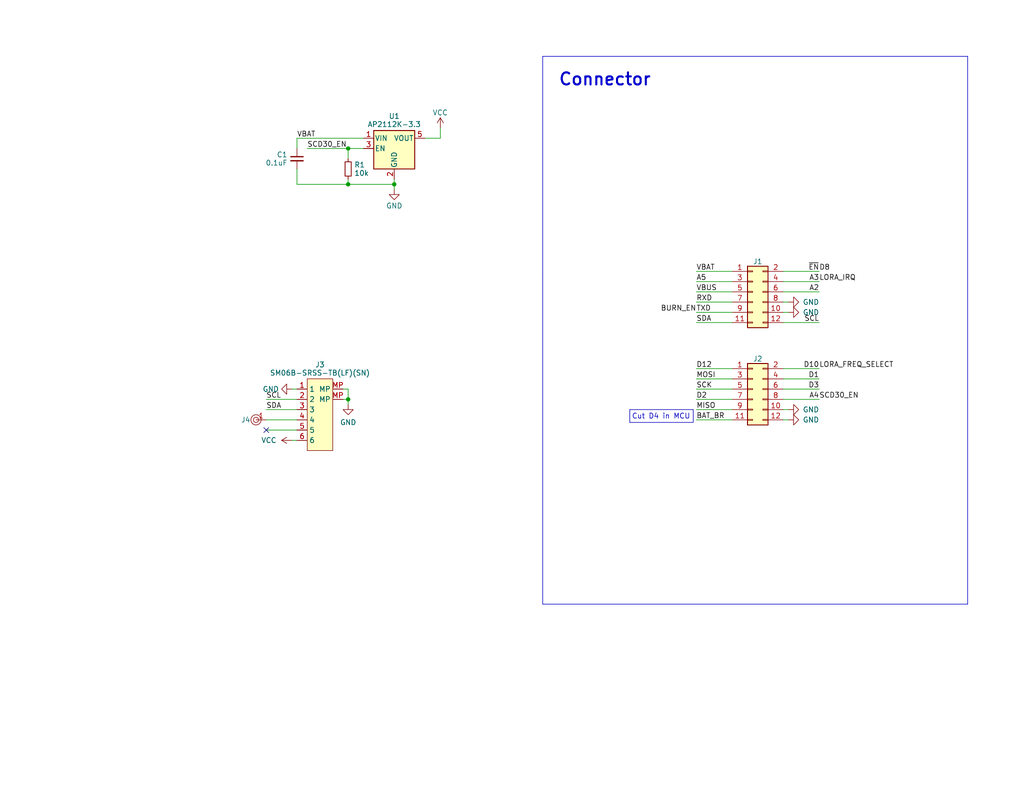
<source format=kicad_sch>
(kicad_sch (version 20230121) (generator eeschema)

  (uuid e63e39d7-6ac0-4ffd-8aa3-1841a4541b55)

  (paper "User" 254 194.996)

  (title_block
    (title "HexSense Svalbard - MCU module")
    (date "2023-05-25")
    (rev "V1")
    (company "MIT Media Lab")
    (comment 1 "Fangzheng Liu")
  )

  (lib_symbols
    (symbol "Connector_Generic:Conn_02x06_Odd_Even" (pin_names (offset 1.016) hide) (in_bom yes) (on_board yes)
      (property "Reference" "J" (at 1.27 7.62 0)
        (effects (font (size 1.27 1.27)))
      )
      (property "Value" "Conn_02x06_Odd_Even" (at 1.27 -10.16 0)
        (effects (font (size 1.27 1.27)))
      )
      (property "Footprint" "" (at 0 0 0)
        (effects (font (size 1.27 1.27)) hide)
      )
      (property "Datasheet" "~" (at 0 0 0)
        (effects (font (size 1.27 1.27)) hide)
      )
      (property "ki_keywords" "connector" (at 0 0 0)
        (effects (font (size 1.27 1.27)) hide)
      )
      (property "ki_description" "Generic connector, double row, 02x06, odd/even pin numbering scheme (row 1 odd numbers, row 2 even numbers), script generated (kicad-library-utils/schlib/autogen/connector/)" (at 0 0 0)
        (effects (font (size 1.27 1.27)) hide)
      )
      (property "ki_fp_filters" "Connector*:*_2x??_*" (at 0 0 0)
        (effects (font (size 1.27 1.27)) hide)
      )
      (symbol "Conn_02x06_Odd_Even_1_1"
        (rectangle (start -1.27 -7.493) (end 0 -7.747)
          (stroke (width 0.1524) (type default))
          (fill (type none))
        )
        (rectangle (start -1.27 -4.953) (end 0 -5.207)
          (stroke (width 0.1524) (type default))
          (fill (type none))
        )
        (rectangle (start -1.27 -2.413) (end 0 -2.667)
          (stroke (width 0.1524) (type default))
          (fill (type none))
        )
        (rectangle (start -1.27 0.127) (end 0 -0.127)
          (stroke (width 0.1524) (type default))
          (fill (type none))
        )
        (rectangle (start -1.27 2.667) (end 0 2.413)
          (stroke (width 0.1524) (type default))
          (fill (type none))
        )
        (rectangle (start -1.27 5.207) (end 0 4.953)
          (stroke (width 0.1524) (type default))
          (fill (type none))
        )
        (rectangle (start -1.27 6.35) (end 3.81 -8.89)
          (stroke (width 0.254) (type default))
          (fill (type background))
        )
        (rectangle (start 3.81 -7.493) (end 2.54 -7.747)
          (stroke (width 0.1524) (type default))
          (fill (type none))
        )
        (rectangle (start 3.81 -4.953) (end 2.54 -5.207)
          (stroke (width 0.1524) (type default))
          (fill (type none))
        )
        (rectangle (start 3.81 -2.413) (end 2.54 -2.667)
          (stroke (width 0.1524) (type default))
          (fill (type none))
        )
        (rectangle (start 3.81 0.127) (end 2.54 -0.127)
          (stroke (width 0.1524) (type default))
          (fill (type none))
        )
        (rectangle (start 3.81 2.667) (end 2.54 2.413)
          (stroke (width 0.1524) (type default))
          (fill (type none))
        )
        (rectangle (start 3.81 5.207) (end 2.54 4.953)
          (stroke (width 0.1524) (type default))
          (fill (type none))
        )
        (pin passive line (at -5.08 5.08 0) (length 3.81)
          (name "Pin_1" (effects (font (size 1.27 1.27))))
          (number "1" (effects (font (size 1.27 1.27))))
        )
        (pin passive line (at 7.62 -5.08 180) (length 3.81)
          (name "Pin_10" (effects (font (size 1.27 1.27))))
          (number "10" (effects (font (size 1.27 1.27))))
        )
        (pin passive line (at -5.08 -7.62 0) (length 3.81)
          (name "Pin_11" (effects (font (size 1.27 1.27))))
          (number "11" (effects (font (size 1.27 1.27))))
        )
        (pin passive line (at 7.62 -7.62 180) (length 3.81)
          (name "Pin_12" (effects (font (size 1.27 1.27))))
          (number "12" (effects (font (size 1.27 1.27))))
        )
        (pin passive line (at 7.62 5.08 180) (length 3.81)
          (name "Pin_2" (effects (font (size 1.27 1.27))))
          (number "2" (effects (font (size 1.27 1.27))))
        )
        (pin passive line (at -5.08 2.54 0) (length 3.81)
          (name "Pin_3" (effects (font (size 1.27 1.27))))
          (number "3" (effects (font (size 1.27 1.27))))
        )
        (pin passive line (at 7.62 2.54 180) (length 3.81)
          (name "Pin_4" (effects (font (size 1.27 1.27))))
          (number "4" (effects (font (size 1.27 1.27))))
        )
        (pin passive line (at -5.08 0 0) (length 3.81)
          (name "Pin_5" (effects (font (size 1.27 1.27))))
          (number "5" (effects (font (size 1.27 1.27))))
        )
        (pin passive line (at 7.62 0 180) (length 3.81)
          (name "Pin_6" (effects (font (size 1.27 1.27))))
          (number "6" (effects (font (size 1.27 1.27))))
        )
        (pin passive line (at -5.08 -2.54 0) (length 3.81)
          (name "Pin_7" (effects (font (size 1.27 1.27))))
          (number "7" (effects (font (size 1.27 1.27))))
        )
        (pin passive line (at 7.62 -2.54 180) (length 3.81)
          (name "Pin_8" (effects (font (size 1.27 1.27))))
          (number "8" (effects (font (size 1.27 1.27))))
        )
        (pin passive line (at -5.08 -5.08 0) (length 3.81)
          (name "Pin_9" (effects (font (size 1.27 1.27))))
          (number "9" (effects (font (size 1.27 1.27))))
        )
      )
    )
    (symbol "Device:C_Small" (pin_numbers hide) (pin_names (offset 0.254) hide) (in_bom yes) (on_board yes)
      (property "Reference" "C" (at 0.254 1.778 0)
        (effects (font (size 1.27 1.27)) (justify left))
      )
      (property "Value" "C_Small" (at 0.254 -2.032 0)
        (effects (font (size 1.27 1.27)) (justify left))
      )
      (property "Footprint" "" (at 0 0 0)
        (effects (font (size 1.27 1.27)) hide)
      )
      (property "Datasheet" "~" (at 0 0 0)
        (effects (font (size 1.27 1.27)) hide)
      )
      (property "ki_keywords" "capacitor cap" (at 0 0 0)
        (effects (font (size 1.27 1.27)) hide)
      )
      (property "ki_description" "Unpolarized capacitor, small symbol" (at 0 0 0)
        (effects (font (size 1.27 1.27)) hide)
      )
      (property "ki_fp_filters" "C_*" (at 0 0 0)
        (effects (font (size 1.27 1.27)) hide)
      )
      (symbol "C_Small_0_1"
        (polyline
          (pts
            (xy -1.524 -0.508)
            (xy 1.524 -0.508)
          )
          (stroke (width 0.3302) (type default))
          (fill (type none))
        )
        (polyline
          (pts
            (xy -1.524 0.508)
            (xy 1.524 0.508)
          )
          (stroke (width 0.3048) (type default))
          (fill (type none))
        )
      )
      (symbol "C_Small_1_1"
        (pin passive line (at 0 2.54 270) (length 2.032)
          (name "~" (effects (font (size 1.27 1.27))))
          (number "1" (effects (font (size 1.27 1.27))))
        )
        (pin passive line (at 0 -2.54 90) (length 2.032)
          (name "~" (effects (font (size 1.27 1.27))))
          (number "2" (effects (font (size 1.27 1.27))))
        )
      )
    )
    (symbol "Device:R_Small" (pin_numbers hide) (pin_names (offset 0.254) hide) (in_bom yes) (on_board yes)
      (property "Reference" "R" (at 0.762 0.508 0)
        (effects (font (size 1.27 1.27)) (justify left))
      )
      (property "Value" "R_Small" (at 0.762 -1.016 0)
        (effects (font (size 1.27 1.27)) (justify left))
      )
      (property "Footprint" "" (at 0 0 0)
        (effects (font (size 1.27 1.27)) hide)
      )
      (property "Datasheet" "~" (at 0 0 0)
        (effects (font (size 1.27 1.27)) hide)
      )
      (property "ki_keywords" "R resistor" (at 0 0 0)
        (effects (font (size 1.27 1.27)) hide)
      )
      (property "ki_description" "Resistor, small symbol" (at 0 0 0)
        (effects (font (size 1.27 1.27)) hide)
      )
      (property "ki_fp_filters" "R_*" (at 0 0 0)
        (effects (font (size 1.27 1.27)) hide)
      )
      (symbol "R_Small_0_1"
        (rectangle (start -0.762 1.778) (end 0.762 -1.778)
          (stroke (width 0.2032) (type default))
          (fill (type none))
        )
      )
      (symbol "R_Small_1_1"
        (pin passive line (at 0 2.54 270) (length 0.762)
          (name "~" (effects (font (size 1.27 1.27))))
          (number "1" (effects (font (size 1.27 1.27))))
        )
        (pin passive line (at 0 -2.54 90) (length 0.762)
          (name "~" (effects (font (size 1.27 1.27))))
          (number "2" (effects (font (size 1.27 1.27))))
        )
      )
    )
    (symbol "Mylib:BM06B-SURS-TF(LF)(SN)" (in_bom yes) (on_board yes)
      (property "Reference" "J" (at 0 6.35 0)
        (effects (font (size 1.27 1.27)))
      )
      (property "Value" "BM06B-SURS-TF(LF)(SN)" (at 0 3.81 0)
        (effects (font (size 1.27 1.27)))
      )
      (property "Footprint" "" (at 0 0 0)
        (effects (font (size 1.27 1.27)) hide)
      )
      (property "Datasheet" "" (at 0 0 0)
        (effects (font (size 1.27 1.27)) hide)
      )
      (symbol "BM06B-SURS-TF(LF)(SN)_0_1"
        (rectangle (start -2.54 2.54) (end 3.81 -15.24)
          (stroke (width 0.1524) (type default))
          (fill (type background))
        )
      )
      (symbol "BM06B-SURS-TF(LF)(SN)_1_1"
        (pin input line (at -5.08 0 0) (length 2.54)
          (name "1" (effects (font (size 1.27 1.27))))
          (number "1" (effects (font (size 1.27 1.27))))
        )
        (pin input line (at -5.08 -2.54 0) (length 2.54)
          (name "2" (effects (font (size 1.27 1.27))))
          (number "2" (effects (font (size 1.27 1.27))))
        )
        (pin input line (at -5.08 -5.08 0) (length 2.54)
          (name "3" (effects (font (size 1.27 1.27))))
          (number "3" (effects (font (size 1.27 1.27))))
        )
        (pin input line (at -5.08 -7.62 0) (length 2.54)
          (name "4" (effects (font (size 1.27 1.27))))
          (number "4" (effects (font (size 1.27 1.27))))
        )
        (pin input line (at -5.08 -10.16 0) (length 2.54)
          (name "5" (effects (font (size 1.27 1.27))))
          (number "5" (effects (font (size 1.27 1.27))))
        )
        (pin input line (at -5.08 -12.7 0) (length 2.54)
          (name "6" (effects (font (size 1.27 1.27))))
          (number "6" (effects (font (size 1.27 1.27))))
        )
        (pin input line (at 6.35 -2.54 180) (length 2.54)
          (name "MP" (effects (font (size 1.27 1.27))))
          (number "MP" (effects (font (size 1.27 1.27))))
        )
        (pin input line (at 6.35 0 180) (length 2.54)
          (name "MP" (effects (font (size 1.27 1.27))))
          (number "MP" (effects (font (size 1.27 1.27))))
        )
      )
    )
    (symbol "Mylib:pin" (pin_names (offset 1.016)) (in_bom yes) (on_board yes)
      (property "Reference" "J" (at 0 0 0)
        (effects (font (size 1.27 1.27)))
      )
      (property "Value" "pin" (at 0 0 0)
        (effects (font (size 1.27 1.27)))
      )
      (property "Footprint" "" (at 0 0 0)
        (effects (font (size 1.27 1.27)) hide)
      )
      (property "Datasheet" "" (at 0 0 0)
        (effects (font (size 1.27 1.27)) hide)
      )
      (symbol "pin_0_1"
        (circle (center 2.54 -1.27) (radius 0.635)
          (stroke (width 0) (type default))
          (fill (type none))
        )
        (circle (center 2.54 -1.27) (radius 1.27)
          (stroke (width 0) (type default))
          (fill (type none))
        )
      )
      (symbol "pin_1_1"
        (pin bidirectional line (at 0 -1.27 0) (length 2.54)
          (name "~" (effects (font (size 1.27 1.27))))
          (number "1" (effects (font (size 1.27 1.27))))
        )
      )
    )
    (symbol "Regulator_Linear:AP2112K-3.3" (pin_names (offset 0.254)) (in_bom yes) (on_board yes)
      (property "Reference" "U" (at -5.08 5.715 0)
        (effects (font (size 1.27 1.27)) (justify left))
      )
      (property "Value" "AP2112K-3.3" (at 0 5.715 0)
        (effects (font (size 1.27 1.27)) (justify left))
      )
      (property "Footprint" "Package_TO_SOT_SMD:SOT-23-5" (at 0 8.255 0)
        (effects (font (size 1.27 1.27)) hide)
      )
      (property "Datasheet" "https://www.diodes.com/assets/Datasheets/AP2112.pdf" (at 0 2.54 0)
        (effects (font (size 1.27 1.27)) hide)
      )
      (property "ki_keywords" "linear regulator ldo fixed positive" (at 0 0 0)
        (effects (font (size 1.27 1.27)) hide)
      )
      (property "ki_description" "600mA low dropout linear regulator, with enable pin, 3.8V-6V input voltage range, 3.3V fixed positive output, SOT-23-5" (at 0 0 0)
        (effects (font (size 1.27 1.27)) hide)
      )
      (property "ki_fp_filters" "SOT?23?5*" (at 0 0 0)
        (effects (font (size 1.27 1.27)) hide)
      )
      (symbol "AP2112K-3.3_0_1"
        (rectangle (start -5.08 4.445) (end 5.08 -5.08)
          (stroke (width 0.254) (type default))
          (fill (type background))
        )
      )
      (symbol "AP2112K-3.3_1_1"
        (pin power_in line (at -7.62 2.54 0) (length 2.54)
          (name "VIN" (effects (font (size 1.27 1.27))))
          (number "1" (effects (font (size 1.27 1.27))))
        )
        (pin power_in line (at 0 -7.62 90) (length 2.54)
          (name "GND" (effects (font (size 1.27 1.27))))
          (number "2" (effects (font (size 1.27 1.27))))
        )
        (pin input line (at -7.62 0 0) (length 2.54)
          (name "EN" (effects (font (size 1.27 1.27))))
          (number "3" (effects (font (size 1.27 1.27))))
        )
        (pin no_connect line (at 5.08 0 180) (length 2.54) hide
          (name "NC" (effects (font (size 1.27 1.27))))
          (number "4" (effects (font (size 1.27 1.27))))
        )
        (pin power_out line (at 7.62 2.54 180) (length 2.54)
          (name "VOUT" (effects (font (size 1.27 1.27))))
          (number "5" (effects (font (size 1.27 1.27))))
        )
      )
    )
    (symbol "power:GND" (power) (pin_names (offset 0)) (in_bom yes) (on_board yes)
      (property "Reference" "#PWR" (at 0 -6.35 0)
        (effects (font (size 1.27 1.27)) hide)
      )
      (property "Value" "GND" (at 0 -3.81 0)
        (effects (font (size 1.27 1.27)))
      )
      (property "Footprint" "" (at 0 0 0)
        (effects (font (size 1.27 1.27)) hide)
      )
      (property "Datasheet" "" (at 0 0 0)
        (effects (font (size 1.27 1.27)) hide)
      )
      (property "ki_keywords" "global power" (at 0 0 0)
        (effects (font (size 1.27 1.27)) hide)
      )
      (property "ki_description" "Power symbol creates a global label with name \"GND\" , ground" (at 0 0 0)
        (effects (font (size 1.27 1.27)) hide)
      )
      (symbol "GND_0_1"
        (polyline
          (pts
            (xy 0 0)
            (xy 0 -1.27)
            (xy 1.27 -1.27)
            (xy 0 -2.54)
            (xy -1.27 -1.27)
            (xy 0 -1.27)
          )
          (stroke (width 0) (type default))
          (fill (type none))
        )
      )
      (symbol "GND_1_1"
        (pin power_in line (at 0 0 270) (length 0) hide
          (name "GND" (effects (font (size 1.27 1.27))))
          (number "1" (effects (font (size 1.27 1.27))))
        )
      )
    )
    (symbol "power:VCC" (power) (pin_names (offset 0)) (in_bom yes) (on_board yes)
      (property "Reference" "#PWR" (at 0 -3.81 0)
        (effects (font (size 1.27 1.27)) hide)
      )
      (property "Value" "VCC" (at 0 3.81 0)
        (effects (font (size 1.27 1.27)))
      )
      (property "Footprint" "" (at 0 0 0)
        (effects (font (size 1.27 1.27)) hide)
      )
      (property "Datasheet" "" (at 0 0 0)
        (effects (font (size 1.27 1.27)) hide)
      )
      (property "ki_keywords" "global power" (at 0 0 0)
        (effects (font (size 1.27 1.27)) hide)
      )
      (property "ki_description" "Power symbol creates a global label with name \"VCC\"" (at 0 0 0)
        (effects (font (size 1.27 1.27)) hide)
      )
      (symbol "VCC_0_1"
        (polyline
          (pts
            (xy -0.762 1.27)
            (xy 0 2.54)
          )
          (stroke (width 0) (type default))
          (fill (type none))
        )
        (polyline
          (pts
            (xy 0 0)
            (xy 0 2.54)
          )
          (stroke (width 0) (type default))
          (fill (type none))
        )
        (polyline
          (pts
            (xy 0 2.54)
            (xy 0.762 1.27)
          )
          (stroke (width 0) (type default))
          (fill (type none))
        )
      )
      (symbol "VCC_1_1"
        (pin power_in line (at 0 0 90) (length 0) hide
          (name "VCC" (effects (font (size 1.27 1.27))))
          (number "1" (effects (font (size 1.27 1.27))))
        )
      )
    )
  )

  (junction (at 86.36 99.06) (diameter 0) (color 0 0 0 0)
    (uuid 04c46f12-a7e2-4ce8-b151-1b090a9a8d8c)
  )
  (junction (at 86.36 36.83) (diameter 0) (color 0 0 0 0)
    (uuid 31aec040-1097-4f65-967e-100382e2c57a)
  )
  (junction (at 86.36 45.72) (diameter 0) (color 0 0 0 0)
    (uuid 9929ffce-5a7e-4db6-bdb6-406245e29bb5)
  )
  (junction (at 97.79 45.72) (diameter 0) (color 0 0 0 0)
    (uuid f5386e9c-40e1-4493-a1f3-e41745f90bbd)
  )

  (no_connect (at 66.04 106.68) (uuid 79c5e88b-5a6f-420b-ac32-e07022a7e233))

  (polyline (pts (xy 156.21 101.6) (xy 171.958 101.6))
    (stroke (width 0) (type default))
    (uuid 001445ea-a39d-4ad3-a72e-16bf3fcf8b6e)
  )

  (wire (pts (xy 97.79 45.72) (xy 97.79 44.45))
    (stroke (width 0) (type default))
    (uuid 08a2a8dc-bbad-44df-a596-3d63b827ade7)
  )
  (polyline (pts (xy 134.62 68.58) (xy 134.62 149.86))
    (stroke (width 0) (type default))
    (uuid 095a5298-c86a-465b-98a6-5913b517f78f)
  )

  (wire (pts (xy 66.04 106.68) (xy 73.66 106.68))
    (stroke (width 0) (type default))
    (uuid 0b1e8098-114f-4cfc-96da-a98e2126e715)
  )
  (wire (pts (xy 76.2 36.83) (xy 86.36 36.83))
    (stroke (width 0) (type default))
    (uuid 0de9bc7f-0ccf-43ec-b3a3-21d353fb0c4f)
  )
  (wire (pts (xy 86.36 44.45) (xy 86.36 45.72))
    (stroke (width 0) (type default))
    (uuid 0f4d377c-25ef-4ffb-86f3-bdaf3aff8893)
  )
  (wire (pts (xy 172.72 101.6) (xy 181.61 101.6))
    (stroke (width 0) (type default))
    (uuid 0fa9183f-5369-426b-9498-5645797922df)
  )
  (wire (pts (xy 72.39 109.22) (xy 73.66 109.22))
    (stroke (width 0) (type default))
    (uuid 1515a652-ca6b-4c5d-9dfd-c554608e9894)
  )
  (wire (pts (xy 194.31 101.6) (xy 195.58 101.6))
    (stroke (width 0) (type default))
    (uuid 1d632da4-c543-4d80-b642-0354a56e2d07)
  )
  (wire (pts (xy 194.31 77.47) (xy 195.58 77.47))
    (stroke (width 0) (type default))
    (uuid 22bff00e-e419-4092-a2b8-c1f232a8e641)
  )
  (wire (pts (xy 73.66 45.72) (xy 86.36 45.72))
    (stroke (width 0) (type default))
    (uuid 29d5d0a1-77b6-4347-8294-00a54f52dd07)
  )
  (wire (pts (xy 86.36 99.06) (xy 86.36 100.33))
    (stroke (width 0) (type default))
    (uuid 3319e626-6692-4074-b8c7-930c1e4818d1)
  )
  (wire (pts (xy 172.72 67.31) (xy 181.61 67.31))
    (stroke (width 0) (type default))
    (uuid 3367972f-528d-4624-89f4-0b3b2f6850f4)
  )
  (wire (pts (xy 172.72 93.98) (xy 181.61 93.98))
    (stroke (width 0) (type default))
    (uuid 3f343929-cf20-4bbe-a9de-dd217b905843)
  )
  (wire (pts (xy 86.36 96.52) (xy 86.36 99.06))
    (stroke (width 0) (type default))
    (uuid 42220382-8100-428e-b699-6dcfd2c1dff3)
  )
  (wire (pts (xy 85.09 99.06) (xy 86.36 99.06))
    (stroke (width 0) (type default))
    (uuid 48ef1978-bd96-4662-b155-483e75d456e5)
  )
  (wire (pts (xy 86.36 45.72) (xy 97.79 45.72))
    (stroke (width 0) (type default))
    (uuid 4ab3cb95-08a4-4b0a-9c75-f2c6da1f9c03)
  )
  (wire (pts (xy 73.66 36.83) (xy 73.66 34.29))
    (stroke (width 0) (type default))
    (uuid 4be95b6f-065e-4636-8b39-7ec4e087b0fb)
  )
  (polyline (pts (xy 240.03 68.58) (xy 240.03 149.86))
    (stroke (width 0) (type default))
    (uuid 4cd877f2-de11-4b0d-9360-3e3ed7b50b0d)
  )

  (wire (pts (xy 86.36 36.83) (xy 90.17 36.83))
    (stroke (width 0) (type default))
    (uuid 50563470-e048-4564-a1a4-0a000fbd81fe)
  )
  (wire (pts (xy 172.72 80.01) (xy 181.61 80.01))
    (stroke (width 0) (type default))
    (uuid 5644d770-110b-4322-a561-85e83bfe8b36)
  )
  (wire (pts (xy 97.79 46.99) (xy 97.79 45.72))
    (stroke (width 0) (type default))
    (uuid 571417a3-15cd-49fc-af6e-71ca931fcb9e)
  )
  (polyline (pts (xy 134.62 13.97) (xy 134.62 68.58))
    (stroke (width 0) (type default))
    (uuid 5bebda4e-b5da-48c2-ac93-396c4bf2e3fd)
  )

  (wire (pts (xy 172.72 74.93) (xy 181.61 74.93))
    (stroke (width 0) (type default))
    (uuid 62d8155c-ac7e-4eef-9fd9-aecdad28d29c)
  )
  (wire (pts (xy 194.31 99.06) (xy 203.2 99.06))
    (stroke (width 0) (type default))
    (uuid 640f9653-4ed5-42e7-bbea-eab563e0845a)
  )
  (wire (pts (xy 66.04 101.6) (xy 73.66 101.6))
    (stroke (width 0) (type default))
    (uuid 67a5fa30-f2a5-4892-b37f-0638fe9831f9)
  )
  (wire (pts (xy 85.09 96.52) (xy 86.36 96.52))
    (stroke (width 0) (type default))
    (uuid 6c29f18a-1600-49da-96b8-f05b1f6fddaa)
  )
  (wire (pts (xy 73.66 34.29) (xy 90.17 34.29))
    (stroke (width 0) (type default))
    (uuid 7615752a-7979-4f36-9bef-dac9ee8cbddd)
  )
  (wire (pts (xy 72.39 96.52) (xy 73.66 96.52))
    (stroke (width 0) (type default))
    (uuid 79eea6f3-77ef-4f12-b0c3-4b656ae9a202)
  )
  (polyline (pts (xy 156.21 101.6) (xy 156.21 104.775))
    (stroke (width 0) (type default))
    (uuid 7fe551f3-0aa9-41f6-b3f5-b45d79b7c3d2)
  )

  (wire (pts (xy 109.22 34.29) (xy 105.41 34.29))
    (stroke (width 0) (type default))
    (uuid 8473b83b-4ef2-4b16-87ec-0189bcd9a819)
  )
  (polyline (pts (xy 134.62 13.97) (xy 240.03 13.97))
    (stroke (width 0) (type default))
    (uuid 87e5f432-bb64-491c-8ee2-a5cebd1952e2)
  )

  (wire (pts (xy 194.31 91.44) (xy 203.2 91.44))
    (stroke (width 0) (type default))
    (uuid 885e6c63-c79d-42e9-b6d0-2a7504f5ceb0)
  )
  (wire (pts (xy 73.66 41.91) (xy 73.66 45.72))
    (stroke (width 0) (type default))
    (uuid 92026737-61c8-445a-8ffa-bb385b9a7db7)
  )
  (wire (pts (xy 109.22 31.75) (xy 109.22 34.29))
    (stroke (width 0) (type default))
    (uuid 9dd711d9-0237-4cdc-9da7-0c052bbaa651)
  )
  (polyline (pts (xy 171.958 104.775) (xy 156.21 104.775))
    (stroke (width 0) (type default))
    (uuid a43241e2-e1eb-4eb1-ba1b-7596e8c701f1)
  )

  (wire (pts (xy 194.31 67.31) (xy 203.2 67.31))
    (stroke (width 0) (type default))
    (uuid a77c3986-b378-46c6-afe3-f8cddd34e442)
  )
  (wire (pts (xy 194.31 96.52) (xy 203.2 96.52))
    (stroke (width 0) (type default))
    (uuid b714ccda-473d-49a2-8647-2e3451ae4af3)
  )
  (wire (pts (xy 66.04 99.06) (xy 73.66 99.06))
    (stroke (width 0) (type default))
    (uuid b781d49d-02c7-4638-95c5-d25e37560144)
  )
  (wire (pts (xy 172.72 99.06) (xy 181.61 99.06))
    (stroke (width 0) (type default))
    (uuid b800fd66-f8b2-4a8f-8179-bef154ad4388)
  )
  (wire (pts (xy 86.36 36.83) (xy 86.36 39.37))
    (stroke (width 0) (type default))
    (uuid be71dd81-29bb-4378-9efb-2e4e59fe74d7)
  )
  (wire (pts (xy 194.31 69.85) (xy 203.2 69.85))
    (stroke (width 0) (type default))
    (uuid beebf9aa-51a4-4d3a-8987-b0152db26238)
  )
  (wire (pts (xy 194.31 104.14) (xy 195.58 104.14))
    (stroke (width 0) (type default))
    (uuid bfe5a673-1e36-4a91-9395-3214380a9c9e)
  )
  (wire (pts (xy 194.31 80.01) (xy 203.2 80.01))
    (stroke (width 0) (type default))
    (uuid c1eefc4b-76f4-40c3-b933-ab586706af53)
  )
  (wire (pts (xy 172.72 69.85) (xy 181.61 69.85))
    (stroke (width 0) (type default))
    (uuid c3cc102d-dc30-4baa-8488-764d1e4ac801)
  )
  (wire (pts (xy 172.72 104.14) (xy 181.61 104.14))
    (stroke (width 0) (type default))
    (uuid c5a5306e-835a-4857-a54d-52666a5e97e5)
  )
  (wire (pts (xy 194.31 74.93) (xy 195.58 74.93))
    (stroke (width 0) (type default))
    (uuid c78dfecd-9bbd-4662-b3cf-1de3a4cb4c20)
  )
  (polyline (pts (xy 171.958 101.6) (xy 171.958 104.648))
    (stroke (width 0) (type default))
    (uuid cb702914-c736-4126-a12b-32136c45e939)
  )

  (wire (pts (xy 194.31 72.39) (xy 203.2 72.39))
    (stroke (width 0) (type default))
    (uuid cdc91dc6-fdca-4424-8535-1673f6b3da25)
  )
  (wire (pts (xy 194.31 93.98) (xy 203.2 93.98))
    (stroke (width 0) (type default))
    (uuid d3ceafe9-21fe-40d6-96ff-2b41c0e51db7)
  )
  (wire (pts (xy 66.04 104.14) (xy 73.66 104.14))
    (stroke (width 0) (type default))
    (uuid e255db9c-8584-4c70-a4d1-84cf9c23df2c)
  )
  (wire (pts (xy 172.72 77.47) (xy 181.61 77.47))
    (stroke (width 0) (type default))
    (uuid ede3c9c0-4304-4a43-95b9-0bd4cd7ad138)
  )
  (wire (pts (xy 172.72 72.39) (xy 181.61 72.39))
    (stroke (width 0) (type default))
    (uuid f0d73c50-92e8-4b97-a2e7-897738ec266d)
  )
  (polyline (pts (xy 240.03 13.97) (xy 240.03 68.58))
    (stroke (width 0) (type default))
    (uuid f3d7fa48-431a-4b3f-97d9-b88d92b44bad)
  )

  (wire (pts (xy 172.72 91.44) (xy 181.61 91.44))
    (stroke (width 0) (type default))
    (uuid f3f91864-7639-425e-a447-c9c5efe1dc4c)
  )
  (wire (pts (xy 172.72 96.52) (xy 181.61 96.52))
    (stroke (width 0) (type default))
    (uuid f9c292e5-c6ed-478b-b8e1-da89018080ce)
  )
  (polyline (pts (xy 240.03 149.86) (xy 134.62 149.86))
    (stroke (width 0) (type default))
    (uuid fc5e7a01-4e62-431a-8a57-2f88b4713ba3)
  )

  (text "Connector" (at 138.43 21.59 0)
    (effects (font (size 3 3) (thickness 0.508) bold) (justify left bottom))
    (uuid 98beb101-a225-4bb4-8ab1-1ade8805a442)
  )
  (text "Cut D4 in MCU" (at 156.718 104.14 0)
    (effects (font (size 1.27 1.27)) (justify left bottom))
    (uuid e401e08b-7c82-42e9-893f-553dbc6bd90b)
  )

  (label "D3" (at 203.2 96.52 180) (fields_autoplaced)
    (effects (font (size 1.27 1.27)) (justify right bottom))
    (uuid 003088b9-81a7-4139-9664-d38b249c01d4)
  )
  (label "BAT_BR" (at 172.72 104.14 0) (fields_autoplaced)
    (effects (font (size 1.27 1.27)) (justify left bottom))
    (uuid 0032f7f8-2b77-4f03-9c0a-18e0e0ed6e72)
  )
  (label "MOSI" (at 172.72 93.98 0) (fields_autoplaced)
    (effects (font (size 1.27 1.27)) (justify left bottom))
    (uuid 0e3a8c67-6752-4add-8895-9eafd2409d71)
  )
  (label "D10" (at 203.2 91.44 180) (fields_autoplaced)
    (effects (font (size 1.27 1.27)) (justify right bottom))
    (uuid 22423b0d-8ba3-4d2c-9da2-f8acf3aa19cc)
  )
  (label "SCD30_EN" (at 203.2 99.06 0) (fields_autoplaced)
    (effects (font (size 1.27 1.27)) (justify left bottom))
    (uuid 25942c0a-3ff2-49a2-9e45-e6837cd5041b)
  )
  (label "TXD" (at 172.72 77.47 0) (fields_autoplaced)
    (effects (font (size 1.27 1.27)) (justify left bottom))
    (uuid 2ba1a6d1-64e1-49bd-a765-811d38a5fd97)
  )
  (label "VBUS" (at 172.72 72.39 0) (fields_autoplaced)
    (effects (font (size 1.27 1.27)) (justify left bottom))
    (uuid 2d9449d2-fc74-4601-8315-4b7f6750dc07)
  )
  (label "VBAT" (at 73.66 34.29 0) (fields_autoplaced)
    (effects (font (size 1.27 1.27)) (justify left bottom))
    (uuid 31afc28c-2d13-4ce0-86e1-06c74f9e5b2a)
  )
  (label "D2" (at 172.72 99.06 0) (fields_autoplaced)
    (effects (font (size 1.27 1.27)) (justify left bottom))
    (uuid 32e52e87-2e3b-439a-805c-0f73874b6e58)
  )
  (label "SDA" (at 66.04 101.6 0) (fields_autoplaced)
    (effects (font (size 1.27 1.27)) (justify left bottom))
    (uuid 3692ef6d-779c-4daa-87b6-d73d992601ba)
  )
  (label "MISO" (at 172.72 101.6 0) (fields_autoplaced)
    (effects (font (size 1.27 1.27)) (justify left bottom))
    (uuid 37bd440c-42bf-4c29-962c-829cb2abfdc0)
  )
  (label "A2" (at 203.2 72.39 180) (fields_autoplaced)
    (effects (font (size 1.27 1.27)) (justify right bottom))
    (uuid 400f576d-6607-4bd1-bcdc-c5c09bd9cd38)
  )
  (label "A5" (at 172.72 69.85 0) (fields_autoplaced)
    (effects (font (size 1.27 1.27)) (justify left bottom))
    (uuid 4dc39b28-2db3-4b8d-90a4-c64bfb4eb942)
  )
  (label "LORA_IRQ" (at 203.2 69.85 0) (fields_autoplaced)
    (effects (font (size 1.27 1.27)) (justify left bottom))
    (uuid 504291d2-c5b3-4ccd-b2a3-c5bd44fb7d2a)
  )
  (label "~{EN}" (at 203.2 67.31 180) (fields_autoplaced)
    (effects (font (size 1.27 1.27)) (justify right bottom))
    (uuid 5ca16bdb-9d6b-42a1-b6d5-ced6d40dbb40)
  )
  (label "LORA_FREQ_SELECT" (at 203.2 91.44 0) (fields_autoplaced)
    (effects (font (size 1.27 1.27)) (justify left bottom))
    (uuid 5f5b109d-91b1-43c8-90f5-3e275e5b2794)
  )
  (label "D8" (at 203.2 67.31 0) (fields_autoplaced)
    (effects (font (size 1.27 1.27)) (justify left bottom))
    (uuid 7c5e9678-8afb-4fea-bb55-fa5f2efb2f5f)
  )
  (label "SCL" (at 66.04 99.06 0) (fields_autoplaced)
    (effects (font (size 1.27 1.27)) (justify left bottom))
    (uuid 86d1f17f-de14-4f5b-b996-79d846b5ebc5)
  )
  (label "A3" (at 203.2 69.85 180) (fields_autoplaced)
    (effects (font (size 1.27 1.27)) (justify right bottom))
    (uuid 8a28db93-258d-47a3-a0f5-bc093a21b84c)
  )
  (label "VBAT" (at 172.72 67.31 0) (fields_autoplaced)
    (effects (font (size 1.27 1.27)) (justify left bottom))
    (uuid 8caed229-877e-4ee1-aa34-e339fd278f8d)
  )
  (label "D1" (at 203.2 93.98 180) (fields_autoplaced)
    (effects (font (size 1.27 1.27)) (justify right bottom))
    (uuid 935553ae-7ec9-45e5-a931-b3665a76ef13)
  )
  (label "D12" (at 172.72 91.44 0) (fields_autoplaced)
    (effects (font (size 1.27 1.27)) (justify left bottom))
    (uuid 9c86338b-df91-455d-96ce-7aaaae4e0b66)
  )
  (label "SCK" (at 172.72 96.52 0) (fields_autoplaced)
    (effects (font (size 1.27 1.27)) (justify left bottom))
    (uuid adafb538-1b4b-44fc-b810-db0a18e57263)
  )
  (label "SCD30_EN" (at 76.2 36.83 0) (fields_autoplaced)
    (effects (font (size 1.27 1.27)) (justify left bottom))
    (uuid b782880e-c413-4702-b435-a10dc2d31e38)
  )
  (label "RXD" (at 172.72 74.93 0) (fields_autoplaced)
    (effects (font (size 1.27 1.27)) (justify left bottom))
    (uuid bd172a43-4be2-4909-b5e1-6c0445fde7f9)
  )
  (label "BURN_EN" (at 172.72 77.47 180) (fields_autoplaced)
    (effects (font (size 1.27 1.27)) (justify right bottom))
    (uuid c4ce0d98-ce9f-44ce-ac68-cf8a7dc49dfe)
  )
  (label "SDA" (at 172.72 80.01 0) (fields_autoplaced)
    (effects (font (size 1.27 1.27)) (justify left bottom))
    (uuid cd723087-d0b9-4b16-ab67-fa0208eeb466)
  )
  (label "A4" (at 203.2 99.06 180) (fields_autoplaced)
    (effects (font (size 1.27 1.27)) (justify right bottom))
    (uuid d7662f9b-8db3-43ac-8140-ba288fa93e5d)
  )
  (label "SCL" (at 203.2 80.01 180) (fields_autoplaced)
    (effects (font (size 1.27 1.27)) (justify right bottom))
    (uuid f66d2961-192f-4741-ac8f-3f81d2d455da)
  )

  (symbol (lib_id "Mylib:pin") (at 66.04 105.41 180) (unit 1)
    (in_bom yes) (on_board yes) (dnp no)
    (uuid 29531634-46d2-45e3-ad94-8b00282108c6)
    (property "Reference" "J4" (at 60.96 104.14 0)
      (effects (font (size 1.27 1.27)))
    )
    (property "Value" "pin" (at 63.5 101.465 0)
      (effects (font (size 1.27 1.27)) hide)
    )
    (property "Footprint" "Connector_PinHeader_2.00mm:PinHeader_1x01_P2.00mm_Vertical" (at 66.04 105.41 0)
      (effects (font (size 1.27 1.27)) hide)
    )
    (property "Datasheet" "" (at 66.04 105.41 0)
      (effects (font (size 1.27 1.27)) hide)
    )
    (pin "1" (uuid 5713786a-31ed-4c68-b951-871331e34719))
    (instances
      (project "SCD30_ADAPTER"
        (path "/e63e39d7-6ac0-4ffd-8aa3-1841a4541b55"
          (reference "J4") (unit 1)
        )
      )
    )
  )

  (symbol (lib_id "Mylib:BM06B-SURS-TF(LF)(SN)") (at 78.74 96.52 0) (unit 1)
    (in_bom yes) (on_board yes) (dnp no) (fields_autoplaced)
    (uuid 3b517925-4398-4f12-bd19-f1f31896e85d)
    (property "Reference" "J3" (at 79.375 90.4508 0)
      (effects (font (size 1.27 1.27)))
    )
    (property "Value" "SM06B-SRSS-TB(LF)(SN)" (at 79.375 92.4988 0)
      (effects (font (size 1.27 1.27)))
    )
    (property "Footprint" "Connector_JST:JST_SH_SM06B-SRSS-TB_1x06-1MP_P1.00mm_Horizontal" (at 78.74 96.52 0)
      (effects (font (size 1.27 1.27)) hide)
    )
    (property "Datasheet" "" (at 78.74 96.52 0)
      (effects (font (size 1.27 1.27)) hide)
    )
    (pin "1" (uuid 35a1b4ed-6ab9-44d0-918e-4df4826b6bb7))
    (pin "2" (uuid 830f4a13-6bc3-48db-b3ec-06b87f81efd3))
    (pin "3" (uuid 8b2284fe-6108-48b1-9691-a040eace7f0c))
    (pin "4" (uuid e383b2a3-6ec3-4fae-b4d2-379ceb3ab132))
    (pin "5" (uuid 18fd7249-de08-4ec2-80a9-ae9cf6c8daa0))
    (pin "6" (uuid af7497cf-2012-4872-9c88-509084de5237))
    (pin "MP" (uuid 2b190906-9f66-469a-8892-63f3ac4b6384))
    (pin "MP" (uuid e3dfdef7-b58b-4fb3-962f-54db2965f1d3))
    (instances
      (project "SCD30_ADAPTER"
        (path "/e63e39d7-6ac0-4ffd-8aa3-1841a4541b55"
          (reference "J3") (unit 1)
        )
      )
    )
  )

  (symbol (lib_id "power:GND") (at 195.58 74.93 90) (unit 1)
    (in_bom yes) (on_board yes) (dnp no)
    (uuid 3d791a93-1cfb-4db2-91b3-8fa12873fe3b)
    (property "Reference" "#PWR0131" (at 201.93 74.93 0)
      (effects (font (size 1.27 1.27)) hide)
    )
    (property "Value" "GND" (at 203.2 74.93 90)
      (effects (font (size 1.27 1.27)) (justify left))
    )
    (property "Footprint" "" (at 195.58 74.93 0)
      (effects (font (size 1.27 1.27)) hide)
    )
    (property "Datasheet" "" (at 195.58 74.93 0)
      (effects (font (size 1.27 1.27)) hide)
    )
    (pin "1" (uuid 3ade5763-05f0-4356-90bf-20ab5cc2d905))
    (instances
      (project "SCD30_ADAPTER"
        (path "/e63e39d7-6ac0-4ffd-8aa3-1841a4541b55"
          (reference "#PWR0131") (unit 1)
        )
      )
    )
  )

  (symbol (lib_id "Regulator_Linear:AP2112K-3.3") (at 97.79 36.83 0) (unit 1)
    (in_bom yes) (on_board yes) (dnp no) (fields_autoplaced)
    (uuid 487c553b-3718-45e7-8fe7-4968afa96c2e)
    (property "Reference" "U1" (at 97.79 28.805 0)
      (effects (font (size 1.27 1.27)))
    )
    (property "Value" "AP2112K-3.3" (at 97.79 30.853 0)
      (effects (font (size 1.27 1.27)))
    )
    (property "Footprint" "Package_TO_SOT_SMD:SOT-23-5" (at 97.79 28.575 0)
      (effects (font (size 1.27 1.27)) hide)
    )
    (property "Datasheet" "https://www.diodes.com/assets/Datasheets/AP2112.pdf" (at 97.79 34.29 0)
      (effects (font (size 1.27 1.27)) hide)
    )
    (pin "1" (uuid 9e15db54-332b-44e4-99cf-2fd0ab71459d))
    (pin "2" (uuid 3de4bab2-6c29-47ea-8679-78e741793f9b))
    (pin "3" (uuid aa215526-5e7f-4e56-b5f9-aabf95532228))
    (pin "4" (uuid 4790a34d-4216-4bcc-8837-f602210c2027))
    (pin "5" (uuid 05614139-a0a5-478c-b767-c326e181ad36))
    (instances
      (project "SCD30_ADAPTER"
        (path "/e63e39d7-6ac0-4ffd-8aa3-1841a4541b55"
          (reference "U1") (unit 1)
        )
      )
    )
  )

  (symbol (lib_id "Device:R_Small") (at 86.36 41.91 0) (unit 1)
    (in_bom yes) (on_board yes) (dnp no) (fields_autoplaced)
    (uuid 53cff1b0-abea-4cee-b1a4-99e8060fa904)
    (property "Reference" "R1" (at 87.8586 40.886 0)
      (effects (font (size 1.27 1.27)) (justify left))
    )
    (property "Value" "10k" (at 87.8586 42.934 0)
      (effects (font (size 1.27 1.27)) (justify left))
    )
    (property "Footprint" "Resistor_SMD:R_0402_1005Metric_Pad0.72x0.64mm_HandSolder" (at 86.36 41.91 0)
      (effects (font (size 1.27 1.27)) hide)
    )
    (property "Datasheet" "~" (at 86.36 41.91 0)
      (effects (font (size 1.27 1.27)) hide)
    )
    (pin "1" (uuid 0b34f958-278a-4429-ac4e-13072b469e61))
    (pin "2" (uuid aa6d6101-1e21-4904-8e0c-a1dd41da575c))
    (instances
      (project "SCD30_ADAPTER"
        (path "/e63e39d7-6ac0-4ffd-8aa3-1841a4541b55"
          (reference "R1") (unit 1)
        )
      )
    )
  )

  (symbol (lib_id "power:GND") (at 97.79 46.99 0) (unit 1)
    (in_bom yes) (on_board yes) (dnp no)
    (uuid 6ed23405-08e8-442f-85f7-104b1fc29e91)
    (property "Reference" "#PWR02" (at 97.79 53.34 0)
      (effects (font (size 1.27 1.27)) hide)
    )
    (property "Value" "GND" (at 95.758 51.054 0)
      (effects (font (size 1.27 1.27)) (justify left))
    )
    (property "Footprint" "" (at 97.79 46.99 0)
      (effects (font (size 1.27 1.27)) hide)
    )
    (property "Datasheet" "" (at 97.79 46.99 0)
      (effects (font (size 1.27 1.27)) hide)
    )
    (pin "1" (uuid d0e73b5f-8e5c-42fd-b365-da931bc2dd05))
    (instances
      (project "SCD30_ADAPTER"
        (path "/e63e39d7-6ac0-4ffd-8aa3-1841a4541b55"
          (reference "#PWR02") (unit 1)
        )
      )
    )
  )

  (symbol (lib_id "power:GND") (at 72.39 96.52 270) (unit 1)
    (in_bom yes) (on_board yes) (dnp no) (fields_autoplaced)
    (uuid 7de6f42e-4b89-41f4-8444-f38e4315ec1a)
    (property "Reference" "#PWR03" (at 66.04 96.52 0)
      (effects (font (size 1.27 1.27)) hide)
    )
    (property "Value" "GND" (at 69.2151 96.52 90)
      (effects (font (size 1.27 1.27)) (justify right))
    )
    (property "Footprint" "" (at 72.39 96.52 0)
      (effects (font (size 1.27 1.27)) hide)
    )
    (property "Datasheet" "" (at 72.39 96.52 0)
      (effects (font (size 1.27 1.27)) hide)
    )
    (pin "1" (uuid 68a47905-b83f-4b7f-a6d2-46bdfef8ace2))
    (instances
      (project "SCD30_ADAPTER"
        (path "/e63e39d7-6ac0-4ffd-8aa3-1841a4541b55"
          (reference "#PWR03") (unit 1)
        )
      )
    )
  )

  (symbol (lib_id "Device:C_Small") (at 73.66 39.37 0) (mirror y) (unit 1)
    (in_bom yes) (on_board yes) (dnp no) (fields_autoplaced)
    (uuid 9aa81bcc-14e9-42e3-87b8-fc8d9fcf4540)
    (property "Reference" "C1" (at 71.3359 38.3523 0)
      (effects (font (size 1.27 1.27)) (justify left))
    )
    (property "Value" "0.1uF" (at 71.3359 40.4003 0)
      (effects (font (size 1.27 1.27)) (justify left))
    )
    (property "Footprint" "Capacitor_SMD:C_0402_1005Metric_Pad0.74x0.62mm_HandSolder" (at 73.66 39.37 0)
      (effects (font (size 1.27 1.27)) hide)
    )
    (property "Datasheet" "~" (at 73.66 39.37 0)
      (effects (font (size 1.27 1.27)) hide)
    )
    (pin "1" (uuid 71b2d585-29fb-4d9c-916d-e8dfc24b9e5c))
    (pin "2" (uuid 8909541c-b34a-440d-a7f3-5e5cabc5b498))
    (instances
      (project "SCD30_ADAPTER"
        (path "/e63e39d7-6ac0-4ffd-8aa3-1841a4541b55"
          (reference "C1") (unit 1)
        )
      )
    )
  )

  (symbol (lib_id "power:GND") (at 195.58 104.14 90) (unit 1)
    (in_bom yes) (on_board yes) (dnp no)
    (uuid a2025b95-4a5d-4f9a-8a4b-be313bd1c08a)
    (property "Reference" "#PWR0125" (at 201.93 104.14 0)
      (effects (font (size 1.27 1.27)) hide)
    )
    (property "Value" "GND" (at 203.2 104.14 90)
      (effects (font (size 1.27 1.27)) (justify left))
    )
    (property "Footprint" "" (at 195.58 104.14 0)
      (effects (font (size 1.27 1.27)) hide)
    )
    (property "Datasheet" "" (at 195.58 104.14 0)
      (effects (font (size 1.27 1.27)) hide)
    )
    (pin "1" (uuid 5e6c863e-abe8-41fb-b4eb-440645e62c98))
    (instances
      (project "SCD30_ADAPTER"
        (path "/e63e39d7-6ac0-4ffd-8aa3-1841a4541b55"
          (reference "#PWR0125") (unit 1)
        )
      )
    )
  )

  (symbol (lib_id "power:VCC") (at 109.22 31.75 0) (unit 1)
    (in_bom yes) (on_board yes) (dnp no)
    (uuid bd7fa219-e07e-4d11-96bb-1be33354ef0b)
    (property "Reference" "#PWR01" (at 109.22 35.56 0)
      (effects (font (size 1.27 1.27)) hide)
    )
    (property "Value" "VCC" (at 111.125 27.94 0)
      (effects (font (size 1.27 1.27)) (justify right))
    )
    (property "Footprint" "" (at 109.22 31.75 0)
      (effects (font (size 1.27 1.27)) hide)
    )
    (property "Datasheet" "" (at 109.22 31.75 0)
      (effects (font (size 1.27 1.27)) hide)
    )
    (pin "1" (uuid c2c9e894-8acc-4224-8532-dca516466259))
    (instances
      (project "SCD30_ADAPTER"
        (path "/e63e39d7-6ac0-4ffd-8aa3-1841a4541b55"
          (reference "#PWR01") (unit 1)
        )
      )
    )
  )

  (symbol (lib_id "Connector_Generic:Conn_02x06_Odd_Even") (at 186.69 72.39 0) (unit 1)
    (in_bom yes) (on_board yes) (dnp no) (fields_autoplaced)
    (uuid c386bdec-db56-4cdc-95ab-3b7cb75b27b7)
    (property "Reference" "J1" (at 187.96 64.8772 0)
      (effects (font (size 1.27 1.27)))
    )
    (property "Value" "Conn_02x06_Odd_Even" (at 187.96 64.8771 0)
      (effects (font (size 1.27 1.27)) hide)
    )
    (property "Footprint" "Connector_PinHeader_2.54mm:PinHeader_2x06_P2.54mm_Vertical" (at 186.69 72.39 0)
      (effects (font (size 1.27 1.27)) hide)
    )
    (property "Datasheet" "~" (at 186.69 72.39 0)
      (effects (font (size 1.27 1.27)) hide)
    )
    (pin "1" (uuid 0a1a4990-8479-4185-8afb-36b478492a41))
    (pin "10" (uuid 0ebe1bf8-94e1-4a99-b976-3001b99dc87f))
    (pin "11" (uuid a70a9cf8-3edb-4508-a4cd-62108162141f))
    (pin "12" (uuid 0886a30f-e41f-4ac8-9539-5aec9d57bb3c))
    (pin "2" (uuid 59a89543-b4f1-43e5-8323-ad6b0255130b))
    (pin "3" (uuid 5904525e-cf10-41ca-ab9e-2230d5b553f7))
    (pin "4" (uuid cd4fb11d-eeaf-4534-8bd2-5998f70f4a20))
    (pin "5" (uuid 4a49ca30-9033-41cf-b8ec-cbd21b87abc6))
    (pin "6" (uuid 363963ae-47b2-4b97-8277-658870d876c3))
    (pin "7" (uuid 124b604e-a35c-42da-90a3-9364e177b789))
    (pin "8" (uuid a96c3336-7f1a-420b-8e44-76288db91019))
    (pin "9" (uuid 736dfeb7-d609-4343-8bc3-2d0e604fec24))
    (instances
      (project "SCD30_ADAPTER"
        (path "/e63e39d7-6ac0-4ffd-8aa3-1841a4541b55"
          (reference "J1") (unit 1)
        )
      )
    )
  )

  (symbol (lib_id "power:GND") (at 86.36 100.33 0) (unit 1)
    (in_bom yes) (on_board yes) (dnp no) (fields_autoplaced)
    (uuid d78807eb-ec84-468c-854e-9e1105cc2012)
    (property "Reference" "#PWR04" (at 86.36 106.68 0)
      (effects (font (size 1.27 1.27)) hide)
    )
    (property "Value" "GND" (at 86.36 104.7734 0)
      (effects (font (size 1.27 1.27)))
    )
    (property "Footprint" "" (at 86.36 100.33 0)
      (effects (font (size 1.27 1.27)) hide)
    )
    (property "Datasheet" "" (at 86.36 100.33 0)
      (effects (font (size 1.27 1.27)) hide)
    )
    (pin "1" (uuid 9cffcc29-2cee-49bf-9bb7-16259f6243f8))
    (instances
      (project "SCD30_ADAPTER"
        (path "/e63e39d7-6ac0-4ffd-8aa3-1841a4541b55"
          (reference "#PWR04") (unit 1)
        )
      )
    )
  )

  (symbol (lib_id "Connector_Generic:Conn_02x06_Odd_Even") (at 186.69 96.52 0) (unit 1)
    (in_bom yes) (on_board yes) (dnp no) (fields_autoplaced)
    (uuid da67eb8f-d190-4853-9bcd-13c3f8d95049)
    (property "Reference" "J2" (at 187.96 89.0072 0)
      (effects (font (size 1.27 1.27)))
    )
    (property "Value" "Conn_02x06_Odd_Even" (at 187.96 89.0071 0)
      (effects (font (size 1.27 1.27)) hide)
    )
    (property "Footprint" "Connector_PinHeader_2.54mm:PinHeader_2x06_P2.54mm_Vertical" (at 186.69 96.52 0)
      (effects (font (size 1.27 1.27)) hide)
    )
    (property "Datasheet" "~" (at 186.69 96.52 0)
      (effects (font (size 1.27 1.27)) hide)
    )
    (pin "1" (uuid cc5da0b4-8759-4b8a-8123-2193a4024984))
    (pin "10" (uuid 55393fe3-900d-4ea8-ad24-187fed22e2f0))
    (pin "11" (uuid dea36dd6-302b-4bfa-bfb7-360d90ee3ac9))
    (pin "12" (uuid d4ec086d-c2b2-49b4-931a-ab4558d408a6))
    (pin "2" (uuid 455c3bba-8004-4dd3-8b8d-68cfb76c0011))
    (pin "3" (uuid e69b097a-6955-4bbe-a8ff-888f3240d657))
    (pin "4" (uuid 0b77edfb-0f1c-4401-806f-41c5dc703c15))
    (pin "5" (uuid 00b4a912-cf23-4ccd-808f-176624efe9a6))
    (pin "6" (uuid 6c2d6412-61b7-46e9-8450-c31f35bb4b78))
    (pin "7" (uuid e62fc767-8830-42bc-9d56-bb1528fccb6c))
    (pin "8" (uuid afc1acd8-49cf-458c-9c0b-b1863439490a))
    (pin "9" (uuid 2548c587-7588-4529-b7ad-54df09e2fa0a))
    (instances
      (project "SCD30_ADAPTER"
        (path "/e63e39d7-6ac0-4ffd-8aa3-1841a4541b55"
          (reference "J2") (unit 1)
        )
      )
    )
  )

  (symbol (lib_id "power:GND") (at 195.58 101.6 90) (unit 1)
    (in_bom yes) (on_board yes) (dnp no)
    (uuid f7d4b58e-340d-4125-80bb-c9dd45ceb7de)
    (property "Reference" "#PWR0132" (at 201.93 101.6 0)
      (effects (font (size 1.27 1.27)) hide)
    )
    (property "Value" "GND" (at 203.2 101.6 90)
      (effects (font (size 1.27 1.27)) (justify left))
    )
    (property "Footprint" "" (at 195.58 101.6 0)
      (effects (font (size 1.27 1.27)) hide)
    )
    (property "Datasheet" "" (at 195.58 101.6 0)
      (effects (font (size 1.27 1.27)) hide)
    )
    (pin "1" (uuid 530719e3-c571-4201-98f6-c65668e98f83))
    (instances
      (project "SCD30_ADAPTER"
        (path "/e63e39d7-6ac0-4ffd-8aa3-1841a4541b55"
          (reference "#PWR0132") (unit 1)
        )
      )
    )
  )

  (symbol (lib_id "power:VCC") (at 72.39 109.22 90) (unit 1)
    (in_bom yes) (on_board yes) (dnp no)
    (uuid f87dcff5-1997-4df7-85f3-1da3213756aa)
    (property "Reference" "#PWR06" (at 76.2 109.22 0)
      (effects (font (size 1.27 1.27)) hide)
    )
    (property "Value" "VCC" (at 64.77 109.22 90)
      (effects (font (size 1.27 1.27)) (justify right))
    )
    (property "Footprint" "" (at 72.39 109.22 0)
      (effects (font (size 1.27 1.27)) hide)
    )
    (property "Datasheet" "" (at 72.39 109.22 0)
      (effects (font (size 1.27 1.27)) hide)
    )
    (pin "1" (uuid 5d666733-23f5-4cac-8669-ab0d3c50367a))
    (instances
      (project "SCD30_ADAPTER"
        (path "/e63e39d7-6ac0-4ffd-8aa3-1841a4541b55"
          (reference "#PWR06") (unit 1)
        )
      )
    )
  )

  (symbol (lib_id "power:GND") (at 195.58 77.47 90) (unit 1)
    (in_bom yes) (on_board yes) (dnp no)
    (uuid f9057607-2bbf-4215-b4d0-1a31680f7db1)
    (property "Reference" "#PWR0130" (at 201.93 77.47 0)
      (effects (font (size 1.27 1.27)) hide)
    )
    (property "Value" "GND" (at 203.2 77.47 90)
      (effects (font (size 1.27 1.27)) (justify left))
    )
    (property "Footprint" "" (at 195.58 77.47 0)
      (effects (font (size 1.27 1.27)) hide)
    )
    (property "Datasheet" "" (at 195.58 77.47 0)
      (effects (font (size 1.27 1.27)) hide)
    )
    (pin "1" (uuid 5d2c67a9-793a-4eca-9710-748a03196e9c))
    (instances
      (project "SCD30_ADAPTER"
        (path "/e63e39d7-6ac0-4ffd-8aa3-1841a4541b55"
          (reference "#PWR0130") (unit 1)
        )
      )
    )
  )

  (sheet_instances
    (path "/" (page "1"))
  )
)

</source>
